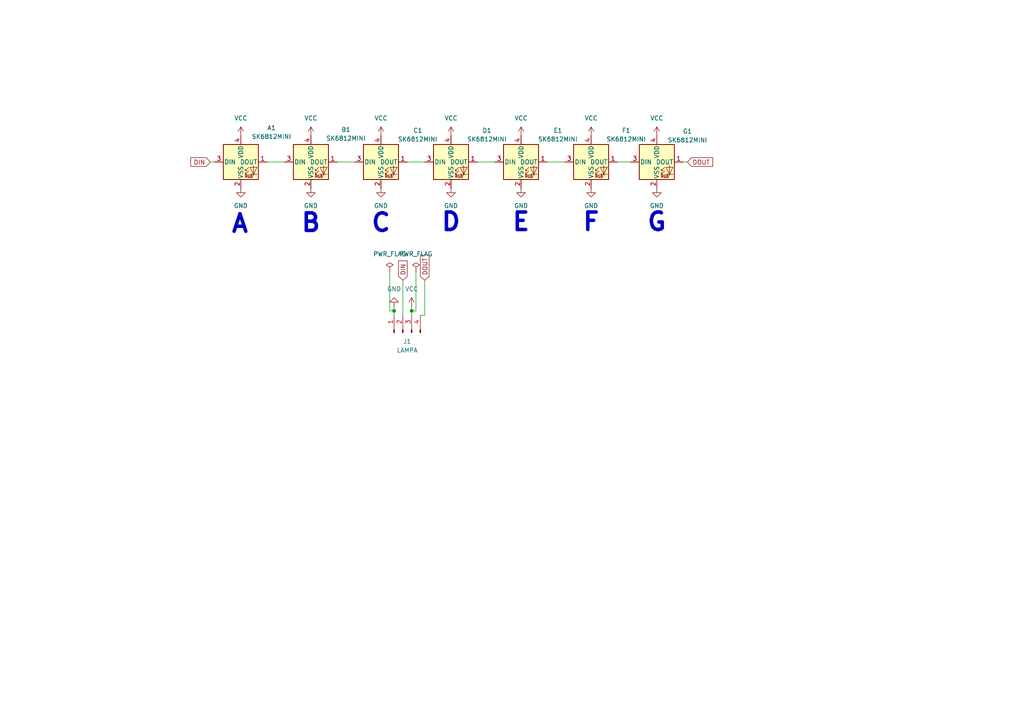
<source format=kicad_sch>
(kicad_sch
	(version 20231120)
	(generator "eeschema")
	(generator_version "8.0")
	(uuid "157d93c0-70f5-4dce-b072-0b88cb66e702")
	(paper "A4")
	(lib_symbols
		(symbol "Connector:Conn_01x04_Pin"
			(pin_names
				(offset 1.016) hide)
			(exclude_from_sim no)
			(in_bom yes)
			(on_board yes)
			(property "Reference" "J"
				(at 0 5.08 0)
				(effects
					(font
						(size 1.27 1.27)
					)
				)
			)
			(property "Value" "Conn_01x04_Pin"
				(at 0 -7.62 0)
				(effects
					(font
						(size 1.27 1.27)
					)
				)
			)
			(property "Footprint" ""
				(at 0 0 0)
				(effects
					(font
						(size 1.27 1.27)
					)
					(hide yes)
				)
			)
			(property "Datasheet" "~"
				(at 0 0 0)
				(effects
					(font
						(size 1.27 1.27)
					)
					(hide yes)
				)
			)
			(property "Description" "Generic connector, single row, 01x04, script generated"
				(at 0 0 0)
				(effects
					(font
						(size 1.27 1.27)
					)
					(hide yes)
				)
			)
			(property "ki_locked" ""
				(at 0 0 0)
				(effects
					(font
						(size 1.27 1.27)
					)
				)
			)
			(property "ki_keywords" "connector"
				(at 0 0 0)
				(effects
					(font
						(size 1.27 1.27)
					)
					(hide yes)
				)
			)
			(property "ki_fp_filters" "Connector*:*_1x??_*"
				(at 0 0 0)
				(effects
					(font
						(size 1.27 1.27)
					)
					(hide yes)
				)
			)
			(symbol "Conn_01x04_Pin_1_1"
				(polyline
					(pts
						(xy 1.27 -5.08) (xy 0.8636 -5.08)
					)
					(stroke
						(width 0.1524)
						(type default)
					)
					(fill
						(type none)
					)
				)
				(polyline
					(pts
						(xy 1.27 -2.54) (xy 0.8636 -2.54)
					)
					(stroke
						(width 0.1524)
						(type default)
					)
					(fill
						(type none)
					)
				)
				(polyline
					(pts
						(xy 1.27 0) (xy 0.8636 0)
					)
					(stroke
						(width 0.1524)
						(type default)
					)
					(fill
						(type none)
					)
				)
				(polyline
					(pts
						(xy 1.27 2.54) (xy 0.8636 2.54)
					)
					(stroke
						(width 0.1524)
						(type default)
					)
					(fill
						(type none)
					)
				)
				(rectangle
					(start 0.8636 -4.953)
					(end 0 -5.207)
					(stroke
						(width 0.1524)
						(type default)
					)
					(fill
						(type outline)
					)
				)
				(rectangle
					(start 0.8636 -2.413)
					(end 0 -2.667)
					(stroke
						(width 0.1524)
						(type default)
					)
					(fill
						(type outline)
					)
				)
				(rectangle
					(start 0.8636 0.127)
					(end 0 -0.127)
					(stroke
						(width 0.1524)
						(type default)
					)
					(fill
						(type outline)
					)
				)
				(rectangle
					(start 0.8636 2.667)
					(end 0 2.413)
					(stroke
						(width 0.1524)
						(type default)
					)
					(fill
						(type outline)
					)
				)
				(pin passive line
					(at 5.08 2.54 180)
					(length 3.81)
					(name "Pin_1"
						(effects
							(font
								(size 1.27 1.27)
							)
						)
					)
					(number "1"
						(effects
							(font
								(size 1.27 1.27)
							)
						)
					)
				)
				(pin passive line
					(at 5.08 0 180)
					(length 3.81)
					(name "Pin_2"
						(effects
							(font
								(size 1.27 1.27)
							)
						)
					)
					(number "2"
						(effects
							(font
								(size 1.27 1.27)
							)
						)
					)
				)
				(pin passive line
					(at 5.08 -2.54 180)
					(length 3.81)
					(name "Pin_3"
						(effects
							(font
								(size 1.27 1.27)
							)
						)
					)
					(number "3"
						(effects
							(font
								(size 1.27 1.27)
							)
						)
					)
				)
				(pin passive line
					(at 5.08 -5.08 180)
					(length 3.81)
					(name "Pin_4"
						(effects
							(font
								(size 1.27 1.27)
							)
						)
					)
					(number "4"
						(effects
							(font
								(size 1.27 1.27)
							)
						)
					)
				)
			)
		)
		(symbol "LED:SK6812MINI"
			(pin_names
				(offset 0.254)
			)
			(exclude_from_sim no)
			(in_bom yes)
			(on_board yes)
			(property "Reference" "D"
				(at 5.08 5.715 0)
				(effects
					(font
						(size 1.27 1.27)
					)
					(justify right bottom)
				)
			)
			(property "Value" "SK6812MINI"
				(at 1.27 -5.715 0)
				(effects
					(font
						(size 1.27 1.27)
					)
					(justify left top)
				)
			)
			(property "Footprint" "LED_SMD:LED_SK6812MINI_PLCC4_3.5x3.5mm_P1.75mm"
				(at 1.27 -7.62 0)
				(effects
					(font
						(size 1.27 1.27)
					)
					(justify left top)
					(hide yes)
				)
			)
			(property "Datasheet" "https://cdn-shop.adafruit.com/product-files/2686/SK6812MINI_REV.01-1-2.pdf"
				(at 2.54 -9.525 0)
				(effects
					(font
						(size 1.27 1.27)
					)
					(justify left top)
					(hide yes)
				)
			)
			(property "Description" "RGB LED with integrated controller"
				(at 0 0 0)
				(effects
					(font
						(size 1.27 1.27)
					)
					(hide yes)
				)
			)
			(property "ki_keywords" "RGB LED NeoPixel Mini addressable"
				(at 0 0 0)
				(effects
					(font
						(size 1.27 1.27)
					)
					(hide yes)
				)
			)
			(property "ki_fp_filters" "LED*SK6812MINI*PLCC*3.5x3.5mm*P1.75mm*"
				(at 0 0 0)
				(effects
					(font
						(size 1.27 1.27)
					)
					(hide yes)
				)
			)
			(symbol "SK6812MINI_0_0"
				(text "RGB"
					(at 2.286 -4.191 0)
					(effects
						(font
							(size 0.762 0.762)
						)
					)
				)
			)
			(symbol "SK6812MINI_0_1"
				(polyline
					(pts
						(xy 1.27 -3.556) (xy 1.778 -3.556)
					)
					(stroke
						(width 0)
						(type default)
					)
					(fill
						(type none)
					)
				)
				(polyline
					(pts
						(xy 1.27 -2.54) (xy 1.778 -2.54)
					)
					(stroke
						(width 0)
						(type default)
					)
					(fill
						(type none)
					)
				)
				(polyline
					(pts
						(xy 4.699 -3.556) (xy 2.667 -3.556)
					)
					(stroke
						(width 0)
						(type default)
					)
					(fill
						(type none)
					)
				)
				(polyline
					(pts
						(xy 2.286 -2.54) (xy 1.27 -3.556) (xy 1.27 -3.048)
					)
					(stroke
						(width 0)
						(type default)
					)
					(fill
						(type none)
					)
				)
				(polyline
					(pts
						(xy 2.286 -1.524) (xy 1.27 -2.54) (xy 1.27 -2.032)
					)
					(stroke
						(width 0)
						(type default)
					)
					(fill
						(type none)
					)
				)
				(polyline
					(pts
						(xy 3.683 -1.016) (xy 3.683 -3.556) (xy 3.683 -4.064)
					)
					(stroke
						(width 0)
						(type default)
					)
					(fill
						(type none)
					)
				)
				(polyline
					(pts
						(xy 4.699 -1.524) (xy 2.667 -1.524) (xy 3.683 -3.556) (xy 4.699 -1.524)
					)
					(stroke
						(width 0)
						(type default)
					)
					(fill
						(type none)
					)
				)
				(rectangle
					(start 5.08 5.08)
					(end -5.08 -5.08)
					(stroke
						(width 0.254)
						(type default)
					)
					(fill
						(type background)
					)
				)
			)
			(symbol "SK6812MINI_1_1"
				(pin output line
					(at 7.62 0 180)
					(length 2.54)
					(name "DOUT"
						(effects
							(font
								(size 1.27 1.27)
							)
						)
					)
					(number "1"
						(effects
							(font
								(size 1.27 1.27)
							)
						)
					)
				)
				(pin power_in line
					(at 0 -7.62 90)
					(length 2.54)
					(name "VSS"
						(effects
							(font
								(size 1.27 1.27)
							)
						)
					)
					(number "2"
						(effects
							(font
								(size 1.27 1.27)
							)
						)
					)
				)
				(pin input line
					(at -7.62 0 0)
					(length 2.54)
					(name "DIN"
						(effects
							(font
								(size 1.27 1.27)
							)
						)
					)
					(number "3"
						(effects
							(font
								(size 1.27 1.27)
							)
						)
					)
				)
				(pin power_in line
					(at 0 7.62 270)
					(length 2.54)
					(name "VDD"
						(effects
							(font
								(size 1.27 1.27)
							)
						)
					)
					(number "4"
						(effects
							(font
								(size 1.27 1.27)
							)
						)
					)
				)
			)
		)
		(symbol "power:GND"
			(power)
			(pin_numbers hide)
			(pin_names
				(offset 0) hide)
			(exclude_from_sim no)
			(in_bom yes)
			(on_board yes)
			(property "Reference" "#PWR"
				(at 0 -6.35 0)
				(effects
					(font
						(size 1.27 1.27)
					)
					(hide yes)
				)
			)
			(property "Value" "GND"
				(at 0 -3.81 0)
				(effects
					(font
						(size 1.27 1.27)
					)
				)
			)
			(property "Footprint" ""
				(at 0 0 0)
				(effects
					(font
						(size 1.27 1.27)
					)
					(hide yes)
				)
			)
			(property "Datasheet" ""
				(at 0 0 0)
				(effects
					(font
						(size 1.27 1.27)
					)
					(hide yes)
				)
			)
			(property "Description" "Power symbol creates a global label with name \"GND\" , ground"
				(at 0 0 0)
				(effects
					(font
						(size 1.27 1.27)
					)
					(hide yes)
				)
			)
			(property "ki_keywords" "global power"
				(at 0 0 0)
				(effects
					(font
						(size 1.27 1.27)
					)
					(hide yes)
				)
			)
			(symbol "GND_0_1"
				(polyline
					(pts
						(xy 0 0) (xy 0 -1.27) (xy 1.27 -1.27) (xy 0 -2.54) (xy -1.27 -1.27) (xy 0 -1.27)
					)
					(stroke
						(width 0)
						(type default)
					)
					(fill
						(type none)
					)
				)
			)
			(symbol "GND_1_1"
				(pin power_in line
					(at 0 0 270)
					(length 0)
					(name "~"
						(effects
							(font
								(size 1.27 1.27)
							)
						)
					)
					(number "1"
						(effects
							(font
								(size 1.27 1.27)
							)
						)
					)
				)
			)
		)
		(symbol "power:PWR_FLAG"
			(power)
			(pin_numbers hide)
			(pin_names
				(offset 0) hide)
			(exclude_from_sim no)
			(in_bom yes)
			(on_board yes)
			(property "Reference" "#FLG"
				(at 0 1.905 0)
				(effects
					(font
						(size 1.27 1.27)
					)
					(hide yes)
				)
			)
			(property "Value" "PWR_FLAG"
				(at 0 3.81 0)
				(effects
					(font
						(size 1.27 1.27)
					)
				)
			)
			(property "Footprint" ""
				(at 0 0 0)
				(effects
					(font
						(size 1.27 1.27)
					)
					(hide yes)
				)
			)
			(property "Datasheet" "~"
				(at 0 0 0)
				(effects
					(font
						(size 1.27 1.27)
					)
					(hide yes)
				)
			)
			(property "Description" "Special symbol for telling ERC where power comes from"
				(at 0 0 0)
				(effects
					(font
						(size 1.27 1.27)
					)
					(hide yes)
				)
			)
			(property "ki_keywords" "flag power"
				(at 0 0 0)
				(effects
					(font
						(size 1.27 1.27)
					)
					(hide yes)
				)
			)
			(symbol "PWR_FLAG_0_0"
				(pin power_out line
					(at 0 0 90)
					(length 0)
					(name "~"
						(effects
							(font
								(size 1.27 1.27)
							)
						)
					)
					(number "1"
						(effects
							(font
								(size 1.27 1.27)
							)
						)
					)
				)
			)
			(symbol "PWR_FLAG_0_1"
				(polyline
					(pts
						(xy 0 0) (xy 0 1.27) (xy -1.016 1.905) (xy 0 2.54) (xy 1.016 1.905) (xy 0 1.27)
					)
					(stroke
						(width 0)
						(type default)
					)
					(fill
						(type none)
					)
				)
			)
		)
		(symbol "power:VCC"
			(power)
			(pin_numbers hide)
			(pin_names
				(offset 0) hide)
			(exclude_from_sim no)
			(in_bom yes)
			(on_board yes)
			(property "Reference" "#PWR"
				(at 0 -3.81 0)
				(effects
					(font
						(size 1.27 1.27)
					)
					(hide yes)
				)
			)
			(property "Value" "VCC"
				(at 0 3.556 0)
				(effects
					(font
						(size 1.27 1.27)
					)
				)
			)
			(property "Footprint" ""
				(at 0 0 0)
				(effects
					(font
						(size 1.27 1.27)
					)
					(hide yes)
				)
			)
			(property "Datasheet" ""
				(at 0 0 0)
				(effects
					(font
						(size 1.27 1.27)
					)
					(hide yes)
				)
			)
			(property "Description" "Power symbol creates a global label with name \"VCC\""
				(at 0 0 0)
				(effects
					(font
						(size 1.27 1.27)
					)
					(hide yes)
				)
			)
			(property "ki_keywords" "global power"
				(at 0 0 0)
				(effects
					(font
						(size 1.27 1.27)
					)
					(hide yes)
				)
			)
			(symbol "VCC_0_1"
				(polyline
					(pts
						(xy -0.762 1.27) (xy 0 2.54)
					)
					(stroke
						(width 0)
						(type default)
					)
					(fill
						(type none)
					)
				)
				(polyline
					(pts
						(xy 0 0) (xy 0 2.54)
					)
					(stroke
						(width 0)
						(type default)
					)
					(fill
						(type none)
					)
				)
				(polyline
					(pts
						(xy 0 2.54) (xy 0.762 1.27)
					)
					(stroke
						(width 0)
						(type default)
					)
					(fill
						(type none)
					)
				)
			)
			(symbol "VCC_1_1"
				(pin power_in line
					(at 0 0 90)
					(length 0)
					(name "~"
						(effects
							(font
								(size 1.27 1.27)
							)
						)
					)
					(number "1"
						(effects
							(font
								(size 1.27 1.27)
							)
						)
					)
				)
			)
		)
	)
	(junction
		(at 114.3 90.17)
		(diameter 0)
		(color 0 0 0 0)
		(uuid "6c270b22-7f54-4ca6-a055-812409545a8d")
	)
	(junction
		(at 119.38 90.17)
		(diameter 0)
		(color 0 0 0 0)
		(uuid "953fbdde-02fa-492e-b19a-6f74946349c2")
	)
	(wire
		(pts
			(xy 123.19 81.28) (xy 123.19 91.44)
		)
		(stroke
			(width 0)
			(type default)
		)
		(uuid "08911ffb-fc9f-411b-9664-673fc64e3c59")
	)
	(wire
		(pts
			(xy 123.19 91.44) (xy 121.92 91.44)
		)
		(stroke
			(width 0)
			(type default)
		)
		(uuid "0d41456d-f6e5-421e-81bd-684cac730c18")
	)
	(wire
		(pts
			(xy 114.3 88.9) (xy 114.3 90.17)
		)
		(stroke
			(width 0)
			(type default)
		)
		(uuid "14fbac84-23c9-454f-99a4-cba0d2a9dbf7")
	)
	(wire
		(pts
			(xy 198.12 46.99) (xy 199.39 46.99)
		)
		(stroke
			(width 0)
			(type default)
		)
		(uuid "1eecc111-4673-4356-97ee-34c6d08cf2b1")
	)
	(wire
		(pts
			(xy 77.47 46.99) (xy 82.55 46.99)
		)
		(stroke
			(width 0)
			(type default)
		)
		(uuid "2d4c026a-cf7b-4fa6-99ad-8fc31bb540ab")
	)
	(wire
		(pts
			(xy 97.79 46.99) (xy 102.87 46.99)
		)
		(stroke
			(width 0)
			(type default)
		)
		(uuid "30f54563-3697-44f8-a35b-c80543be9cfa")
	)
	(wire
		(pts
			(xy 158.75 46.99) (xy 163.83 46.99)
		)
		(stroke
			(width 0)
			(type default)
		)
		(uuid "3def4407-0c76-48ec-a29d-46a3bcb792a3")
	)
	(wire
		(pts
			(xy 119.38 90.17) (xy 120.65 90.17)
		)
		(stroke
			(width 0)
			(type default)
		)
		(uuid "488ce3d4-5a2f-41c0-87f3-b008f05141ca")
	)
	(wire
		(pts
			(xy 119.38 88.9) (xy 119.38 90.17)
		)
		(stroke
			(width 0)
			(type default)
		)
		(uuid "4caad65c-1439-41b9-b025-f521944505fe")
	)
	(wire
		(pts
			(xy 60.96 46.99) (xy 62.23 46.99)
		)
		(stroke
			(width 0)
			(type default)
		)
		(uuid "574f39ff-6f9d-4506-963c-2903e2e7b53c")
	)
	(wire
		(pts
			(xy 114.3 90.17) (xy 114.3 91.44)
		)
		(stroke
			(width 0)
			(type default)
		)
		(uuid "5d07f886-f58b-4569-a433-a7f26dab9eb2")
	)
	(wire
		(pts
			(xy 138.43 46.99) (xy 143.51 46.99)
		)
		(stroke
			(width 0)
			(type default)
		)
		(uuid "69cd88fd-4ad2-48dc-8e67-8b8848940d88")
	)
	(wire
		(pts
			(xy 116.84 81.28) (xy 116.84 91.44)
		)
		(stroke
			(width 0)
			(type default)
		)
		(uuid "8ee0b695-fa04-4da6-b43c-12382d5d9d78")
	)
	(wire
		(pts
			(xy 113.03 78.74) (xy 113.03 90.17)
		)
		(stroke
			(width 0)
			(type default)
		)
		(uuid "a6f100a2-47b4-4b2e-932e-d14e9bcdcaf5")
	)
	(wire
		(pts
			(xy 179.07 46.99) (xy 182.88 46.99)
		)
		(stroke
			(width 0)
			(type default)
		)
		(uuid "e27d8c24-29c9-4ba2-97ec-457a82bd797e")
	)
	(wire
		(pts
			(xy 119.38 90.17) (xy 119.38 91.44)
		)
		(stroke
			(width 0)
			(type default)
		)
		(uuid "e949c54a-88bd-474c-986c-2dbcbd4c9865")
	)
	(wire
		(pts
			(xy 118.11 46.99) (xy 123.19 46.99)
		)
		(stroke
			(width 0)
			(type default)
		)
		(uuid "ea32acc6-fa83-4134-af44-c69151d7c883")
	)
	(wire
		(pts
			(xy 113.03 90.17) (xy 114.3 90.17)
		)
		(stroke
			(width 0)
			(type default)
		)
		(uuid "f30bca4a-9ea9-40c7-adf4-6c59a81b1fcb")
	)
	(wire
		(pts
			(xy 120.65 78.74) (xy 120.65 90.17)
		)
		(stroke
			(width 0)
			(type default)
		)
		(uuid "fd7ac813-9647-4056-ba56-a7b1cc96699e")
	)
	(text "F"
		(exclude_from_sim no)
		(at 171.45 64.516 0)
		(effects
			(font
				(size 5.08 5.08)
				(thickness 1.016)
				(bold yes)
			)
		)
		(uuid "0c37f230-b886-4abd-a9ab-2766163b5c2c")
	)
	(text "A"
		(exclude_from_sim no)
		(at 69.596 65.024 0)
		(effects
			(font
				(size 5.08 5.08)
				(thickness 1.016)
				(bold yes)
			)
		)
		(uuid "1b125a5a-f2ca-4135-91cc-b6d4b8aa8f49")
	)
	(text "B"
		(exclude_from_sim no)
		(at 90.17 64.77 0)
		(effects
			(font
				(size 5.08 5.08)
				(thickness 1.016)
				(bold yes)
			)
		)
		(uuid "33f80ad9-adc3-41c5-81fd-c1b3e6c42eb0")
	)
	(text "G"
		(exclude_from_sim no)
		(at 190.5 64.516 0)
		(effects
			(font
				(size 5.08 5.08)
				(thickness 1.016)
				(bold yes)
			)
		)
		(uuid "3f490755-b7df-47b9-ab93-e00b4f435b78")
	)
	(text "E"
		(exclude_from_sim no)
		(at 151.13 64.516 0)
		(effects
			(font
				(size 5.08 5.08)
				(thickness 1.016)
				(bold yes)
			)
		)
		(uuid "6fc5a4e5-0e75-480c-a0f5-57513dcf5190")
	)
	(text "D"
		(exclude_from_sim no)
		(at 130.81 64.516 0)
		(effects
			(font
				(size 5.08 5.08)
				(thickness 1.016)
				(bold yes)
			)
		)
		(uuid "9243c45c-28da-4b50-8c87-f88ae92db0d7")
	)
	(text "C"
		(exclude_from_sim no)
		(at 110.49 64.77 0)
		(effects
			(font
				(size 5.08 5.08)
				(thickness 1.016)
				(bold yes)
			)
		)
		(uuid "ec403e81-bf35-4775-b601-71c749040038")
	)
	(global_label "DIN"
		(shape input)
		(at 116.84 81.28 90)
		(fields_autoplaced yes)
		(effects
			(font
				(size 1.27 1.27)
			)
			(justify left)
		)
		(uuid "08f0d6d5-1493-49df-9d75-66c874771ad9")
		(property "Intersheetrefs" "${INTERSHEET_REFS}"
			(at 116.84 75.0895 90)
			(effects
				(font
					(size 1.27 1.27)
				)
				(justify left)
				(hide yes)
			)
		)
	)
	(global_label "DOUT"
		(shape input)
		(at 123.19 81.28 90)
		(fields_autoplaced yes)
		(effects
			(font
				(size 1.27 1.27)
			)
			(justify left)
		)
		(uuid "87c36959-7132-496e-bcb2-be4aeb716478")
		(property "Intersheetrefs" "${INTERSHEET_REFS}"
			(at 123.19 73.3962 90)
			(effects
				(font
					(size 1.27 1.27)
				)
				(justify left)
				(hide yes)
			)
		)
	)
	(global_label "DOUT"
		(shape input)
		(at 199.39 46.99 0)
		(fields_autoplaced yes)
		(effects
			(font
				(size 1.27 1.27)
			)
			(justify left)
		)
		(uuid "948af0e8-fb93-4dbc-aa32-3f54656f076b")
		(property "Intersheetrefs" "${INTERSHEET_REFS}"
			(at 207.2738 46.99 0)
			(effects
				(font
					(size 1.27 1.27)
				)
				(justify left)
				(hide yes)
			)
		)
	)
	(global_label "DIN"
		(shape input)
		(at 60.96 46.99 180)
		(fields_autoplaced yes)
		(effects
			(font
				(size 1.27 1.27)
			)
			(justify right)
		)
		(uuid "ec47c316-8f70-4340-b7bb-a3939183c359")
		(property "Intersheetrefs" "${INTERSHEET_REFS}"
			(at 54.7695 46.99 0)
			(effects
				(font
					(size 1.27 1.27)
				)
				(justify right)
				(hide yes)
			)
		)
	)
	(symbol
		(lib_id "power:GND")
		(at 171.45 54.61 0)
		(unit 1)
		(exclude_from_sim no)
		(in_bom yes)
		(on_board yes)
		(dnp no)
		(fields_autoplaced yes)
		(uuid "1385f98d-d441-4ab5-99de-b232dfa777b9")
		(property "Reference" "#PWR08"
			(at 171.45 60.96 0)
			(effects
				(font
					(size 1.27 1.27)
				)
				(hide yes)
			)
		)
		(property "Value" "GND"
			(at 171.45 59.69 0)
			(effects
				(font
					(size 1.27 1.27)
				)
			)
		)
		(property "Footprint" ""
			(at 171.45 54.61 0)
			(effects
				(font
					(size 1.27 1.27)
				)
				(hide yes)
			)
		)
		(property "Datasheet" ""
			(at 171.45 54.61 0)
			(effects
				(font
					(size 1.27 1.27)
				)
				(hide yes)
			)
		)
		(property "Description" "Power symbol creates a global label with name \"GND\" , ground"
			(at 171.45 54.61 0)
			(effects
				(font
					(size 1.27 1.27)
				)
				(hide yes)
			)
		)
		(pin "1"
			(uuid "9a2837ab-ff8c-4748-814d-d1e35a764885")
		)
		(instances
			(project "Nixie"
				(path "/157d93c0-70f5-4dce-b072-0b88cb66e702"
					(reference "#PWR08")
					(unit 1)
				)
			)
		)
	)
	(symbol
		(lib_id "power:VCC")
		(at 151.13 39.37 0)
		(unit 1)
		(exclude_from_sim no)
		(in_bom yes)
		(on_board yes)
		(dnp no)
		(fields_autoplaced yes)
		(uuid "28910d7e-bd6d-4e73-841f-00dc76d1882d")
		(property "Reference" "#PWR013"
			(at 151.13 43.18 0)
			(effects
				(font
					(size 1.27 1.27)
				)
				(hide yes)
			)
		)
		(property "Value" "VCC"
			(at 151.13 34.29 0)
			(effects
				(font
					(size 1.27 1.27)
				)
			)
		)
		(property "Footprint" ""
			(at 151.13 39.37 0)
			(effects
				(font
					(size 1.27 1.27)
				)
				(hide yes)
			)
		)
		(property "Datasheet" ""
			(at 151.13 39.37 0)
			(effects
				(font
					(size 1.27 1.27)
				)
				(hide yes)
			)
		)
		(property "Description" "Power symbol creates a global label with name \"VCC\""
			(at 151.13 39.37 0)
			(effects
				(font
					(size 1.27 1.27)
				)
				(hide yes)
			)
		)
		(pin "1"
			(uuid "1ed0c63e-8e43-4048-ac13-9343bf0a7032")
		)
		(instances
			(project "Nixie"
				(path "/157d93c0-70f5-4dce-b072-0b88cb66e702"
					(reference "#PWR013")
					(unit 1)
				)
			)
		)
	)
	(symbol
		(lib_id "power:VCC")
		(at 119.38 88.9 0)
		(unit 1)
		(exclude_from_sim no)
		(in_bom yes)
		(on_board yes)
		(dnp no)
		(fields_autoplaced yes)
		(uuid "2c7b418f-6fe5-41e7-9c83-8b79d3b689d6")
		(property "Reference" "#PWR02"
			(at 119.38 92.71 0)
			(effects
				(font
					(size 1.27 1.27)
				)
				(hide yes)
			)
		)
		(property "Value" "VCC"
			(at 119.38 83.82 0)
			(effects
				(font
					(size 1.27 1.27)
				)
			)
		)
		(property "Footprint" ""
			(at 119.38 88.9 0)
			(effects
				(font
					(size 1.27 1.27)
				)
				(hide yes)
			)
		)
		(property "Datasheet" ""
			(at 119.38 88.9 0)
			(effects
				(font
					(size 1.27 1.27)
				)
				(hide yes)
			)
		)
		(property "Description" "Power symbol creates a global label with name \"VCC\""
			(at 119.38 88.9 0)
			(effects
				(font
					(size 1.27 1.27)
				)
				(hide yes)
			)
		)
		(pin "1"
			(uuid "454a1fa7-afe9-43a0-baf5-957ed6bd5acc")
		)
		(instances
			(project ""
				(path "/157d93c0-70f5-4dce-b072-0b88cb66e702"
					(reference "#PWR02")
					(unit 1)
				)
			)
		)
	)
	(symbol
		(lib_id "power:VCC")
		(at 171.45 39.37 0)
		(unit 1)
		(exclude_from_sim no)
		(in_bom yes)
		(on_board yes)
		(dnp no)
		(fields_autoplaced yes)
		(uuid "329f6097-ea16-4243-badb-5e67d7cdfe14")
		(property "Reference" "#PWR014"
			(at 171.45 43.18 0)
			(effects
				(font
					(size 1.27 1.27)
				)
				(hide yes)
			)
		)
		(property "Value" "VCC"
			(at 171.45 34.29 0)
			(effects
				(font
					(size 1.27 1.27)
				)
			)
		)
		(property "Footprint" ""
			(at 171.45 39.37 0)
			(effects
				(font
					(size 1.27 1.27)
				)
				(hide yes)
			)
		)
		(property "Datasheet" ""
			(at 171.45 39.37 0)
			(effects
				(font
					(size 1.27 1.27)
				)
				(hide yes)
			)
		)
		(property "Description" "Power symbol creates a global label with name \"VCC\""
			(at 171.45 39.37 0)
			(effects
				(font
					(size 1.27 1.27)
				)
				(hide yes)
			)
		)
		(pin "1"
			(uuid "3ea177e0-918e-48ff-b549-a4318bcd2256")
		)
		(instances
			(project "Nixie"
				(path "/157d93c0-70f5-4dce-b072-0b88cb66e702"
					(reference "#PWR014")
					(unit 1)
				)
			)
		)
	)
	(symbol
		(lib_id "power:GND")
		(at 151.13 54.61 0)
		(unit 1)
		(exclude_from_sim no)
		(in_bom yes)
		(on_board yes)
		(dnp no)
		(fields_autoplaced yes)
		(uuid "35816af8-2cd2-450c-a842-a5a5bcca3fbb")
		(property "Reference" "#PWR05"
			(at 151.13 60.96 0)
			(effects
				(font
					(size 1.27 1.27)
				)
				(hide yes)
			)
		)
		(property "Value" "GND"
			(at 151.13 59.69 0)
			(effects
				(font
					(size 1.27 1.27)
				)
			)
		)
		(property "Footprint" ""
			(at 151.13 54.61 0)
			(effects
				(font
					(size 1.27 1.27)
				)
				(hide yes)
			)
		)
		(property "Datasheet" ""
			(at 151.13 54.61 0)
			(effects
				(font
					(size 1.27 1.27)
				)
				(hide yes)
			)
		)
		(property "Description" "Power symbol creates a global label with name \"GND\" , ground"
			(at 151.13 54.61 0)
			(effects
				(font
					(size 1.27 1.27)
				)
				(hide yes)
			)
		)
		(pin "1"
			(uuid "46d194b2-10f6-47ca-9a46-40e720f9f1be")
		)
		(instances
			(project "Nixie"
				(path "/157d93c0-70f5-4dce-b072-0b88cb66e702"
					(reference "#PWR05")
					(unit 1)
				)
			)
		)
	)
	(symbol
		(lib_id "LED:SK6812MINI")
		(at 90.17 46.99 0)
		(unit 1)
		(exclude_from_sim no)
		(in_bom yes)
		(on_board yes)
		(dnp no)
		(uuid "3c704b79-c1a7-4447-a960-463deea612aa")
		(property "Reference" "B1"
			(at 100.33 37.592 0)
			(effects
				(font
					(size 1.27 1.27)
				)
			)
		)
		(property "Value" "SK6812MINI"
			(at 100.33 40.132 0)
			(effects
				(font
					(size 1.27 1.27)
				)
			)
		)
		(property "Footprint" "LED_SMD:LED_SK6812MINI_PLCC4_3.5x3.5mm_P1.75mm"
			(at 91.44 54.61 0)
			(effects
				(font
					(size 1.27 1.27)
				)
				(justify left top)
				(hide yes)
			)
		)
		(property "Datasheet" "https://cdn-shop.adafruit.com/product-files/2686/SK6812MINI_REV.01-1-2.pdf"
			(at 92.71 56.515 0)
			(effects
				(font
					(size 1.27 1.27)
				)
				(justify left top)
				(hide yes)
			)
		)
		(property "Description" "RGB LED with integrated controller"
			(at 90.17 46.99 0)
			(effects
				(font
					(size 1.27 1.27)
				)
				(hide yes)
			)
		)
		(pin "2"
			(uuid "b5372e03-8c84-4a53-ba10-db79fca62843")
		)
		(pin "1"
			(uuid "d1b2762f-5616-40f3-8e6a-ef006ea4ad2f")
		)
		(pin "4"
			(uuid "1d567a15-103d-4f25-b796-203858fa6df0")
		)
		(pin "3"
			(uuid "65008b17-01ac-49bc-b593-5d1299456991")
		)
		(instances
			(project "Nixie"
				(path "/157d93c0-70f5-4dce-b072-0b88cb66e702"
					(reference "B1")
					(unit 1)
				)
			)
		)
	)
	(symbol
		(lib_id "power:VCC")
		(at 69.85 39.37 0)
		(unit 1)
		(exclude_from_sim no)
		(in_bom yes)
		(on_board yes)
		(dnp no)
		(fields_autoplaced yes)
		(uuid "48398df0-0acf-4484-a209-a65eea0c6d52")
		(property "Reference" "#PWR015"
			(at 69.85 43.18 0)
			(effects
				(font
					(size 1.27 1.27)
				)
				(hide yes)
			)
		)
		(property "Value" "VCC"
			(at 69.85 34.29 0)
			(effects
				(font
					(size 1.27 1.27)
				)
			)
		)
		(property "Footprint" ""
			(at 69.85 39.37 0)
			(effects
				(font
					(size 1.27 1.27)
				)
				(hide yes)
			)
		)
		(property "Datasheet" ""
			(at 69.85 39.37 0)
			(effects
				(font
					(size 1.27 1.27)
				)
				(hide yes)
			)
		)
		(property "Description" "Power symbol creates a global label with name \"VCC\""
			(at 69.85 39.37 0)
			(effects
				(font
					(size 1.27 1.27)
				)
				(hide yes)
			)
		)
		(pin "1"
			(uuid "792b1cf2-cdea-493f-a413-055deee57546")
		)
		(instances
			(project "Nixie"
				(path "/157d93c0-70f5-4dce-b072-0b88cb66e702"
					(reference "#PWR015")
					(unit 1)
				)
			)
		)
	)
	(symbol
		(lib_id "LED:SK6812MINI")
		(at 130.81 46.99 0)
		(unit 1)
		(exclude_from_sim no)
		(in_bom yes)
		(on_board yes)
		(dnp no)
		(uuid "51f24f78-928d-48c9-a853-790a076b4e51")
		(property "Reference" "D1"
			(at 141.224 37.846 0)
			(effects
				(font
					(size 1.27 1.27)
				)
			)
		)
		(property "Value" "SK6812MINI"
			(at 141.224 40.386 0)
			(effects
				(font
					(size 1.27 1.27)
				)
			)
		)
		(property "Footprint" "LED_SMD:LED_SK6812MINI_PLCC4_3.5x3.5mm_P1.75mm"
			(at 132.08 54.61 0)
			(effects
				(font
					(size 1.27 1.27)
				)
				(justify left top)
				(hide yes)
			)
		)
		(property "Datasheet" "https://cdn-shop.adafruit.com/product-files/2686/SK6812MINI_REV.01-1-2.pdf"
			(at 133.35 56.515 0)
			(effects
				(font
					(size 1.27 1.27)
				)
				(justify left top)
				(hide yes)
			)
		)
		(property "Description" "RGB LED with integrated controller"
			(at 130.81 46.99 0)
			(effects
				(font
					(size 1.27 1.27)
				)
				(hide yes)
			)
		)
		(pin "2"
			(uuid "a1a169d4-42c0-4af5-9b7b-658ff293d9e9")
		)
		(pin "1"
			(uuid "541f78c0-4eb8-4ce0-ad77-59d79a9cced5")
		)
		(pin "4"
			(uuid "96a4d57f-203e-44e5-ad63-5917cc0b3dee")
		)
		(pin "3"
			(uuid "0a12b507-54e5-413b-8b99-46a875ddeb7d")
		)
		(instances
			(project "Nixie"
				(path "/157d93c0-70f5-4dce-b072-0b88cb66e702"
					(reference "D1")
					(unit 1)
				)
			)
		)
	)
	(symbol
		(lib_id "power:GND")
		(at 69.85 54.61 0)
		(unit 1)
		(exclude_from_sim no)
		(in_bom yes)
		(on_board yes)
		(dnp no)
		(fields_autoplaced yes)
		(uuid "6a670bf5-b9e6-49c9-9d20-c05cb4afcd23")
		(property "Reference" "#PWR09"
			(at 69.85 60.96 0)
			(effects
				(font
					(size 1.27 1.27)
				)
				(hide yes)
			)
		)
		(property "Value" "GND"
			(at 69.85 59.69 0)
			(effects
				(font
					(size 1.27 1.27)
				)
			)
		)
		(property "Footprint" ""
			(at 69.85 54.61 0)
			(effects
				(font
					(size 1.27 1.27)
				)
				(hide yes)
			)
		)
		(property "Datasheet" ""
			(at 69.85 54.61 0)
			(effects
				(font
					(size 1.27 1.27)
				)
				(hide yes)
			)
		)
		(property "Description" "Power symbol creates a global label with name \"GND\" , ground"
			(at 69.85 54.61 0)
			(effects
				(font
					(size 1.27 1.27)
				)
				(hide yes)
			)
		)
		(pin "1"
			(uuid "5b9232fc-8c39-4b1e-bdb2-9e9e798fd844")
		)
		(instances
			(project "Nixie"
				(path "/157d93c0-70f5-4dce-b072-0b88cb66e702"
					(reference "#PWR09")
					(unit 1)
				)
			)
		)
	)
	(symbol
		(lib_id "LED:SK6812MINI")
		(at 190.5 46.99 0)
		(unit 1)
		(exclude_from_sim no)
		(in_bom yes)
		(on_board yes)
		(dnp no)
		(uuid "6e29c91f-6893-43d4-b51f-c138a153c6b7")
		(property "Reference" "G1"
			(at 199.39 38.1 0)
			(effects
				(font
					(size 1.27 1.27)
				)
			)
		)
		(property "Value" "SK6812MINI"
			(at 199.39 40.64 0)
			(effects
				(font
					(size 1.27 1.27)
				)
			)
		)
		(property "Footprint" "LED_SMD:LED_SK6812MINI_PLCC4_3.5x3.5mm_P1.75mm"
			(at 191.77 54.61 0)
			(effects
				(font
					(size 1.27 1.27)
				)
				(justify left top)
				(hide yes)
			)
		)
		(property "Datasheet" "https://cdn-shop.adafruit.com/product-files/2686/SK6812MINI_REV.01-1-2.pdf"
			(at 193.04 56.515 0)
			(effects
				(font
					(size 1.27 1.27)
				)
				(justify left top)
				(hide yes)
			)
		)
		(property "Description" "RGB LED with integrated controller"
			(at 190.5 46.99 0)
			(effects
				(font
					(size 1.27 1.27)
				)
				(hide yes)
			)
		)
		(pin "2"
			(uuid "30494566-a28c-413d-b370-2213dbd4e78b")
		)
		(pin "1"
			(uuid "806b0e63-1adc-4daa-a9d8-f35f417a9590")
		)
		(pin "4"
			(uuid "44f8bdfd-eb3f-44a7-83fb-ec8d5a86a735")
		)
		(pin "3"
			(uuid "a79622b7-984e-48cb-8135-c12923151bfa")
		)
		(instances
			(project "Nixie"
				(path "/157d93c0-70f5-4dce-b072-0b88cb66e702"
					(reference "G1")
					(unit 1)
				)
			)
		)
	)
	(symbol
		(lib_id "power:GND")
		(at 190.5 54.61 0)
		(unit 1)
		(exclude_from_sim no)
		(in_bom yes)
		(on_board yes)
		(dnp no)
		(fields_autoplaced yes)
		(uuid "7884cc9f-0aa2-4c38-a0b6-3dc239864c75")
		(property "Reference" "#PWR06"
			(at 190.5 60.96 0)
			(effects
				(font
					(size 1.27 1.27)
				)
				(hide yes)
			)
		)
		(property "Value" "GND"
			(at 190.5 59.69 0)
			(effects
				(font
					(size 1.27 1.27)
				)
			)
		)
		(property "Footprint" ""
			(at 190.5 54.61 0)
			(effects
				(font
					(size 1.27 1.27)
				)
				(hide yes)
			)
		)
		(property "Datasheet" ""
			(at 190.5 54.61 0)
			(effects
				(font
					(size 1.27 1.27)
				)
				(hide yes)
			)
		)
		(property "Description" "Power symbol creates a global label with name \"GND\" , ground"
			(at 190.5 54.61 0)
			(effects
				(font
					(size 1.27 1.27)
				)
				(hide yes)
			)
		)
		(pin "1"
			(uuid "a0ec4934-a23e-4a6d-aa31-707c4a71d14b")
		)
		(instances
			(project "Nixie"
				(path "/157d93c0-70f5-4dce-b072-0b88cb66e702"
					(reference "#PWR06")
					(unit 1)
				)
			)
		)
	)
	(symbol
		(lib_id "LED:SK6812MINI")
		(at 110.49 46.99 0)
		(unit 1)
		(exclude_from_sim no)
		(in_bom yes)
		(on_board yes)
		(dnp no)
		(uuid "79befc68-8c4d-4fa9-baa0-3594f3b4327a")
		(property "Reference" "C1"
			(at 121.158 37.846 0)
			(effects
				(font
					(size 1.27 1.27)
				)
			)
		)
		(property "Value" "SK6812MINI"
			(at 121.158 40.386 0)
			(effects
				(font
					(size 1.27 1.27)
				)
			)
		)
		(property "Footprint" "LED_SMD:LED_SK6812MINI_PLCC4_3.5x3.5mm_P1.75mm"
			(at 111.76 54.61 0)
			(effects
				(font
					(size 1.27 1.27)
				)
				(justify left top)
				(hide yes)
			)
		)
		(property "Datasheet" "https://cdn-shop.adafruit.com/product-files/2686/SK6812MINI_REV.01-1-2.pdf"
			(at 113.03 56.515 0)
			(effects
				(font
					(size 1.27 1.27)
				)
				(justify left top)
				(hide yes)
			)
		)
		(property "Description" "RGB LED with integrated controller"
			(at 110.49 46.99 0)
			(effects
				(font
					(size 1.27 1.27)
				)
				(hide yes)
			)
		)
		(pin "2"
			(uuid "f5c2ac48-aa52-4ab5-a6a9-4850950d0e01")
		)
		(pin "1"
			(uuid "a3c96e60-a875-4df9-a342-bd748f3d6a76")
		)
		(pin "4"
			(uuid "69f8f6b0-2066-45f4-b516-f4bc714938af")
		)
		(pin "3"
			(uuid "3bb4afd0-3ea5-4051-952d-24a449c3b3ed")
		)
		(instances
			(project "Nixie"
				(path "/157d93c0-70f5-4dce-b072-0b88cb66e702"
					(reference "C1")
					(unit 1)
				)
			)
		)
	)
	(symbol
		(lib_id "Connector:Conn_01x04_Pin")
		(at 116.84 96.52 90)
		(unit 1)
		(exclude_from_sim no)
		(in_bom yes)
		(on_board yes)
		(dnp no)
		(fields_autoplaced yes)
		(uuid "8130651a-46c6-4931-88f4-4d1ac5c79c66")
		(property "Reference" "J1"
			(at 118.11 99.06 90)
			(effects
				(font
					(size 1.27 1.27)
				)
			)
		)
		(property "Value" "LAMPA"
			(at 118.11 101.6 90)
			(effects
				(font
					(size 1.27 1.27)
				)
			)
		)
		(property "Footprint" "Connector_PinHeader_2.54mm:PinHeader_1x04_P2.54mm_Horizontal"
			(at 116.84 96.52 0)
			(effects
				(font
					(size 1.27 1.27)
				)
				(hide yes)
			)
		)
		(property "Datasheet" "~"
			(at 116.84 96.52 0)
			(effects
				(font
					(size 1.27 1.27)
				)
				(hide yes)
			)
		)
		(property "Description" "Generic connector, single row, 01x04, script generated"
			(at 116.84 96.52 0)
			(effects
				(font
					(size 1.27 1.27)
				)
				(hide yes)
			)
		)
		(pin "3"
			(uuid "d81e17b7-d3bf-4fdf-b309-95fb9e20a7ee")
		)
		(pin "2"
			(uuid "64abe38f-49a1-48ab-9912-97838fbfeb53")
		)
		(pin "4"
			(uuid "cf7af34f-3359-40f5-aac1-afb6db032cbd")
		)
		(pin "1"
			(uuid "de7d2016-79a6-4cd3-ab26-33bc9e7bda0c")
		)
		(instances
			(project ""
				(path "/157d93c0-70f5-4dce-b072-0b88cb66e702"
					(reference "J1")
					(unit 1)
				)
			)
		)
	)
	(symbol
		(lib_id "power:VCC")
		(at 130.81 39.37 0)
		(unit 1)
		(exclude_from_sim no)
		(in_bom yes)
		(on_board yes)
		(dnp no)
		(fields_autoplaced yes)
		(uuid "85ff5207-9375-483f-bffc-c8c8bc329d49")
		(property "Reference" "#PWR010"
			(at 130.81 43.18 0)
			(effects
				(font
					(size 1.27 1.27)
				)
				(hide yes)
			)
		)
		(property "Value" "VCC"
			(at 130.81 34.29 0)
			(effects
				(font
					(size 1.27 1.27)
				)
			)
		)
		(property "Footprint" ""
			(at 130.81 39.37 0)
			(effects
				(font
					(size 1.27 1.27)
				)
				(hide yes)
			)
		)
		(property "Datasheet" ""
			(at 130.81 39.37 0)
			(effects
				(font
					(size 1.27 1.27)
				)
				(hide yes)
			)
		)
		(property "Description" "Power symbol creates a global label with name \"VCC\""
			(at 130.81 39.37 0)
			(effects
				(font
					(size 1.27 1.27)
				)
				(hide yes)
			)
		)
		(pin "1"
			(uuid "91270a99-e8f2-4869-b464-fabb02207317")
		)
		(instances
			(project "Nixie"
				(path "/157d93c0-70f5-4dce-b072-0b88cb66e702"
					(reference "#PWR010")
					(unit 1)
				)
			)
		)
	)
	(symbol
		(lib_id "LED:SK6812MINI")
		(at 151.13 46.99 0)
		(unit 1)
		(exclude_from_sim no)
		(in_bom yes)
		(on_board yes)
		(dnp no)
		(uuid "8ddcafb2-f894-4ccf-86ec-e2d0ad391b43")
		(property "Reference" "E1"
			(at 161.798 37.846 0)
			(effects
				(font
					(size 1.27 1.27)
				)
			)
		)
		(property "Value" "SK6812MINI"
			(at 161.798 40.386 0)
			(effects
				(font
					(size 1.27 1.27)
				)
			)
		)
		(property "Footprint" "LED_SMD:LED_SK6812MINI_PLCC4_3.5x3.5mm_P1.75mm"
			(at 152.4 54.61 0)
			(effects
				(font
					(size 1.27 1.27)
				)
				(justify left top)
				(hide yes)
			)
		)
		(property "Datasheet" "https://cdn-shop.adafruit.com/product-files/2686/SK6812MINI_REV.01-1-2.pdf"
			(at 153.67 56.515 0)
			(effects
				(font
					(size 1.27 1.27)
				)
				(justify left top)
				(hide yes)
			)
		)
		(property "Description" "RGB LED with integrated controller"
			(at 151.13 46.99 0)
			(effects
				(font
					(size 1.27 1.27)
				)
				(hide yes)
			)
		)
		(pin "2"
			(uuid "99aaca72-f82d-49e8-8d6c-7c5f2afe084b")
		)
		(pin "1"
			(uuid "8878eb71-32a1-48df-af82-a637e62ad1fa")
		)
		(pin "4"
			(uuid "f1d0a37e-1abc-437c-ae46-d7ce7676401b")
		)
		(pin "3"
			(uuid "cc9d34ec-d637-47ef-9080-e37b08059221")
		)
		(instances
			(project "Nixie"
				(path "/157d93c0-70f5-4dce-b072-0b88cb66e702"
					(reference "E1")
					(unit 1)
				)
			)
		)
	)
	(symbol
		(lib_id "power:PWR_FLAG")
		(at 120.65 78.74 0)
		(unit 1)
		(exclude_from_sim no)
		(in_bom yes)
		(on_board yes)
		(dnp no)
		(fields_autoplaced yes)
		(uuid "ae8fcf7c-5d16-4db8-8cb0-a98ca4b27aa3")
		(property "Reference" "#FLG02"
			(at 120.65 76.835 0)
			(effects
				(font
					(size 1.27 1.27)
				)
				(hide yes)
			)
		)
		(property "Value" "PWR_FLAG"
			(at 120.65 73.66 0)
			(effects
				(font
					(size 1.27 1.27)
				)
			)
		)
		(property "Footprint" ""
			(at 120.65 78.74 0)
			(effects
				(font
					(size 1.27 1.27)
				)
				(hide yes)
			)
		)
		(property "Datasheet" "~"
			(at 120.65 78.74 0)
			(effects
				(font
					(size 1.27 1.27)
				)
				(hide yes)
			)
		)
		(property "Description" "Special symbol for telling ERC where power comes from"
			(at 120.65 78.74 0)
			(effects
				(font
					(size 1.27 1.27)
				)
				(hide yes)
			)
		)
		(pin "1"
			(uuid "6148520a-4990-468e-99ef-af2eb344e2ac")
		)
		(instances
			(project "Nixie"
				(path "/157d93c0-70f5-4dce-b072-0b88cb66e702"
					(reference "#FLG02")
					(unit 1)
				)
			)
		)
	)
	(symbol
		(lib_id "power:VCC")
		(at 110.49 39.37 0)
		(unit 1)
		(exclude_from_sim no)
		(in_bom yes)
		(on_board yes)
		(dnp no)
		(fields_autoplaced yes)
		(uuid "bfe17d29-7553-4abd-b9fb-a9aa942ccf49")
		(property "Reference" "#PWR011"
			(at 110.49 43.18 0)
			(effects
				(font
					(size 1.27 1.27)
				)
				(hide yes)
			)
		)
		(property "Value" "VCC"
			(at 110.49 34.29 0)
			(effects
				(font
					(size 1.27 1.27)
				)
			)
		)
		(property "Footprint" ""
			(at 110.49 39.37 0)
			(effects
				(font
					(size 1.27 1.27)
				)
				(hide yes)
			)
		)
		(property "Datasheet" ""
			(at 110.49 39.37 0)
			(effects
				(font
					(size 1.27 1.27)
				)
				(hide yes)
			)
		)
		(property "Description" "Power symbol creates a global label with name \"VCC\""
			(at 110.49 39.37 0)
			(effects
				(font
					(size 1.27 1.27)
				)
				(hide yes)
			)
		)
		(pin "1"
			(uuid "063ec582-8e16-409d-86b1-c96b1b10e5ff")
		)
		(instances
			(project "Nixie"
				(path "/157d93c0-70f5-4dce-b072-0b88cb66e702"
					(reference "#PWR011")
					(unit 1)
				)
			)
		)
	)
	(symbol
		(lib_id "power:GND")
		(at 114.3 88.9 180)
		(unit 1)
		(exclude_from_sim no)
		(in_bom yes)
		(on_board yes)
		(dnp no)
		(fields_autoplaced yes)
		(uuid "c6167cec-b5fc-426c-bb0e-31386fe73b16")
		(property "Reference" "#PWR01"
			(at 114.3 82.55 0)
			(effects
				(font
					(size 1.27 1.27)
				)
				(hide yes)
			)
		)
		(property "Value" "GND"
			(at 114.3 83.82 0)
			(effects
				(font
					(size 1.27 1.27)
				)
			)
		)
		(property "Footprint" ""
			(at 114.3 88.9 0)
			(effects
				(font
					(size 1.27 1.27)
				)
				(hide yes)
			)
		)
		(property "Datasheet" ""
			(at 114.3 88.9 0)
			(effects
				(font
					(size 1.27 1.27)
				)
				(hide yes)
			)
		)
		(property "Description" "Power symbol creates a global label with name \"GND\" , ground"
			(at 114.3 88.9 0)
			(effects
				(font
					(size 1.27 1.27)
				)
				(hide yes)
			)
		)
		(pin "1"
			(uuid "e3b10549-f015-42d5-8cda-964909f77eac")
		)
		(instances
			(project ""
				(path "/157d93c0-70f5-4dce-b072-0b88cb66e702"
					(reference "#PWR01")
					(unit 1)
				)
			)
		)
	)
	(symbol
		(lib_id "LED:SK6812MINI")
		(at 69.85 46.99 0)
		(unit 1)
		(exclude_from_sim no)
		(in_bom yes)
		(on_board yes)
		(dnp no)
		(uuid "c9ab633d-a9a6-4cd2-9913-078ecc54c543")
		(property "Reference" "A1"
			(at 78.74 37.084 0)
			(effects
				(font
					(size 1.27 1.27)
				)
			)
		)
		(property "Value" "SK6812MINI"
			(at 78.74 39.624 0)
			(effects
				(font
					(size 1.27 1.27)
				)
			)
		)
		(property "Footprint" "LED_SMD:LED_SK6812MINI_PLCC4_3.5x3.5mm_P1.75mm"
			(at 71.12 54.61 0)
			(effects
				(font
					(size 1.27 1.27)
				)
				(justify left top)
				(hide yes)
			)
		)
		(property "Datasheet" "https://cdn-shop.adafruit.com/product-files/2686/SK6812MINI_REV.01-1-2.pdf"
			(at 72.39 56.515 0)
			(effects
				(font
					(size 1.27 1.27)
				)
				(justify left top)
				(hide yes)
			)
		)
		(property "Description" "RGB LED with integrated controller"
			(at 69.85 46.99 0)
			(effects
				(font
					(size 1.27 1.27)
				)
				(hide yes)
			)
		)
		(pin "2"
			(uuid "ddeb0b54-a365-4bbc-a493-3053b5ee15fc")
		)
		(pin "1"
			(uuid "05fd2922-8a2e-4bd2-8541-737dcc11ffba")
		)
		(pin "4"
			(uuid "f09ab199-064d-4928-a33f-e97f1ce56de9")
		)
		(pin "3"
			(uuid "2fc47322-c7be-406c-8c2d-a9b5103ff863")
		)
		(instances
			(project ""
				(path "/157d93c0-70f5-4dce-b072-0b88cb66e702"
					(reference "A1")
					(unit 1)
				)
			)
		)
	)
	(symbol
		(lib_id "power:GND")
		(at 110.49 54.61 0)
		(unit 1)
		(exclude_from_sim no)
		(in_bom yes)
		(on_board yes)
		(dnp no)
		(fields_autoplaced yes)
		(uuid "cb933131-2b65-4de4-ab96-4cdab1c4df74")
		(property "Reference" "#PWR04"
			(at 110.49 60.96 0)
			(effects
				(font
					(size 1.27 1.27)
				)
				(hide yes)
			)
		)
		(property "Value" "GND"
			(at 110.49 59.69 0)
			(effects
				(font
					(size 1.27 1.27)
				)
			)
		)
		(property "Footprint" ""
			(at 110.49 54.61 0)
			(effects
				(font
					(size 1.27 1.27)
				)
				(hide yes)
			)
		)
		(property "Datasheet" ""
			(at 110.49 54.61 0)
			(effects
				(font
					(size 1.27 1.27)
				)
				(hide yes)
			)
		)
		(property "Description" "Power symbol creates a global label with name \"GND\" , ground"
			(at 110.49 54.61 0)
			(effects
				(font
					(size 1.27 1.27)
				)
				(hide yes)
			)
		)
		(pin "1"
			(uuid "e55c1f40-12b2-4ddb-b1df-bc80ca107998")
		)
		(instances
			(project "Nixie"
				(path "/157d93c0-70f5-4dce-b072-0b88cb66e702"
					(reference "#PWR04")
					(unit 1)
				)
			)
		)
	)
	(symbol
		(lib_id "LED:SK6812MINI")
		(at 171.45 46.99 0)
		(unit 1)
		(exclude_from_sim no)
		(in_bom yes)
		(on_board yes)
		(dnp no)
		(uuid "d40f040a-4ab7-4fd0-b967-0f6208b95ad5")
		(property "Reference" "F1"
			(at 181.61 37.846 0)
			(effects
				(font
					(size 1.27 1.27)
				)
			)
		)
		(property "Value" "SK6812MINI"
			(at 181.61 40.386 0)
			(effects
				(font
					(size 1.27 1.27)
				)
			)
		)
		(property "Footprint" "LED_SMD:LED_SK6812MINI_PLCC4_3.5x3.5mm_P1.75mm"
			(at 172.72 54.61 0)
			(effects
				(font
					(size 1.27 1.27)
				)
				(justify left top)
				(hide yes)
			)
		)
		(property "Datasheet" "https://cdn-shop.adafruit.com/product-files/2686/SK6812MINI_REV.01-1-2.pdf"
			(at 173.99 56.515 0)
			(effects
				(font
					(size 1.27 1.27)
				)
				(justify left top)
				(hide yes)
			)
		)
		(property "Description" "RGB LED with integrated controller"
			(at 171.45 46.99 0)
			(effects
				(font
					(size 1.27 1.27)
				)
				(hide yes)
			)
		)
		(pin "2"
			(uuid "6636d3d8-b5f4-446a-be64-95e2b8abf849")
		)
		(pin "1"
			(uuid "cf9851da-fa85-408b-b6a0-f143458793ef")
		)
		(pin "4"
			(uuid "20e3f28a-9927-437e-9594-5da62d85d717")
		)
		(pin "3"
			(uuid "d06a7a56-7836-4b1d-9eab-b9abe30b0dab")
		)
		(instances
			(project "Nixie"
				(path "/157d93c0-70f5-4dce-b072-0b88cb66e702"
					(reference "F1")
					(unit 1)
				)
			)
		)
	)
	(symbol
		(lib_id "power:VCC")
		(at 190.5 39.37 0)
		(unit 1)
		(exclude_from_sim no)
		(in_bom yes)
		(on_board yes)
		(dnp no)
		(fields_autoplaced yes)
		(uuid "e547f226-2342-4106-bd73-97f6000ac12d")
		(property "Reference" "#PWR012"
			(at 190.5 43.18 0)
			(effects
				(font
					(size 1.27 1.27)
				)
				(hide yes)
			)
		)
		(property "Value" "VCC"
			(at 190.5 34.29 0)
			(effects
				(font
					(size 1.27 1.27)
				)
			)
		)
		(property "Footprint" ""
			(at 190.5 39.37 0)
			(effects
				(font
					(size 1.27 1.27)
				)
				(hide yes)
			)
		)
		(property "Datasheet" ""
			(at 190.5 39.37 0)
			(effects
				(font
					(size 1.27 1.27)
				)
				(hide yes)
			)
		)
		(property "Description" "Power symbol creates a global label with name \"VCC\""
			(at 190.5 39.37 0)
			(effects
				(font
					(size 1.27 1.27)
				)
				(hide yes)
			)
		)
		(pin "1"
			(uuid "939a0781-b430-43bc-9506-4454cd66c490")
		)
		(instances
			(project "Nixie"
				(path "/157d93c0-70f5-4dce-b072-0b88cb66e702"
					(reference "#PWR012")
					(unit 1)
				)
			)
		)
	)
	(symbol
		(lib_id "power:GND")
		(at 90.17 54.61 0)
		(unit 1)
		(exclude_from_sim no)
		(in_bom yes)
		(on_board yes)
		(dnp no)
		(fields_autoplaced yes)
		(uuid "e9a5c17c-3aeb-49fc-b961-17abd80a5ce4")
		(property "Reference" "#PWR07"
			(at 90.17 60.96 0)
			(effects
				(font
					(size 1.27 1.27)
				)
				(hide yes)
			)
		)
		(property "Value" "GND"
			(at 90.17 59.69 0)
			(effects
				(font
					(size 1.27 1.27)
				)
			)
		)
		(property "Footprint" ""
			(at 90.17 54.61 0)
			(effects
				(font
					(size 1.27 1.27)
				)
				(hide yes)
			)
		)
		(property "Datasheet" ""
			(at 90.17 54.61 0)
			(effects
				(font
					(size 1.27 1.27)
				)
				(hide yes)
			)
		)
		(property "Description" "Power symbol creates a global label with name \"GND\" , ground"
			(at 90.17 54.61 0)
			(effects
				(font
					(size 1.27 1.27)
				)
				(hide yes)
			)
		)
		(pin "1"
			(uuid "51a346bc-da9f-42b6-86bd-f73e1ec508b3")
		)
		(instances
			(project "Nixie"
				(path "/157d93c0-70f5-4dce-b072-0b88cb66e702"
					(reference "#PWR07")
					(unit 1)
				)
			)
		)
	)
	(symbol
		(lib_id "power:VCC")
		(at 90.17 39.37 0)
		(unit 1)
		(exclude_from_sim no)
		(in_bom yes)
		(on_board yes)
		(dnp no)
		(fields_autoplaced yes)
		(uuid "f60de766-9ad6-4902-8570-625b597f474e")
		(property "Reference" "#PWR016"
			(at 90.17 43.18 0)
			(effects
				(font
					(size 1.27 1.27)
				)
				(hide yes)
			)
		)
		(property "Value" "VCC"
			(at 90.17 34.29 0)
			(effects
				(font
					(size 1.27 1.27)
				)
			)
		)
		(property "Footprint" ""
			(at 90.17 39.37 0)
			(effects
				(font
					(size 1.27 1.27)
				)
				(hide yes)
			)
		)
		(property "Datasheet" ""
			(at 90.17 39.37 0)
			(effects
				(font
					(size 1.27 1.27)
				)
				(hide yes)
			)
		)
		(property "Description" "Power symbol creates a global label with name \"VCC\""
			(at 90.17 39.37 0)
			(effects
				(font
					(size 1.27 1.27)
				)
				(hide yes)
			)
		)
		(pin "1"
			(uuid "d1f31198-a959-4319-8130-a0034b52461f")
		)
		(instances
			(project "Nixie"
				(path "/157d93c0-70f5-4dce-b072-0b88cb66e702"
					(reference "#PWR016")
					(unit 1)
				)
			)
		)
	)
	(symbol
		(lib_id "power:PWR_FLAG")
		(at 113.03 78.74 0)
		(unit 1)
		(exclude_from_sim no)
		(in_bom yes)
		(on_board yes)
		(dnp no)
		(fields_autoplaced yes)
		(uuid "fdc74ff0-5d35-47ea-88f0-aa142cb3b5ca")
		(property "Reference" "#FLG01"
			(at 113.03 76.835 0)
			(effects
				(font
					(size 1.27 1.27)
				)
				(hide yes)
			)
		)
		(property "Value" "PWR_FLAG"
			(at 113.03 73.66 0)
			(effects
				(font
					(size 1.27 1.27)
				)
			)
		)
		(property "Footprint" ""
			(at 113.03 78.74 0)
			(effects
				(font
					(size 1.27 1.27)
				)
				(hide yes)
			)
		)
		(property "Datasheet" "~"
			(at 113.03 78.74 0)
			(effects
				(font
					(size 1.27 1.27)
				)
				(hide yes)
			)
		)
		(property "Description" "Special symbol for telling ERC where power comes from"
			(at 113.03 78.74 0)
			(effects
				(font
					(size 1.27 1.27)
				)
				(hide yes)
			)
		)
		(pin "1"
			(uuid "9dae4046-66cb-4a2f-bc14-ce23c05128f4")
		)
		(instances
			(project ""
				(path "/157d93c0-70f5-4dce-b072-0b88cb66e702"
					(reference "#FLG01")
					(unit 1)
				)
			)
		)
	)
	(symbol
		(lib_id "power:GND")
		(at 130.81 54.61 0)
		(unit 1)
		(exclude_from_sim no)
		(in_bom yes)
		(on_board yes)
		(dnp no)
		(fields_autoplaced yes)
		(uuid "ff52fd95-5d9e-46ab-85d0-015fbec24390")
		(property "Reference" "#PWR03"
			(at 130.81 60.96 0)
			(effects
				(font
					(size 1.27 1.27)
				)
				(hide yes)
			)
		)
		(property "Value" "GND"
			(at 130.81 59.69 0)
			(effects
				(font
					(size 1.27 1.27)
				)
			)
		)
		(property "Footprint" ""
			(at 130.81 54.61 0)
			(effects
				(font
					(size 1.27 1.27)
				)
				(hide yes)
			)
		)
		(property "Datasheet" ""
			(at 130.81 54.61 0)
			(effects
				(font
					(size 1.27 1.27)
				)
				(hide yes)
			)
		)
		(property "Description" "Power symbol creates a global label with name \"GND\" , ground"
			(at 130.81 54.61 0)
			(effects
				(font
					(size 1.27 1.27)
				)
				(hide yes)
			)
		)
		(pin "1"
			(uuid "e004a53d-8403-4bd7-ae4f-34c8a3db972d")
		)
		(instances
			(project "Nixie"
				(path "/157d93c0-70f5-4dce-b072-0b88cb66e702"
					(reference "#PWR03")
					(unit 1)
				)
			)
		)
	)
	(sheet_instances
		(path "/"
			(page "1")
		)
	)
)

</source>
